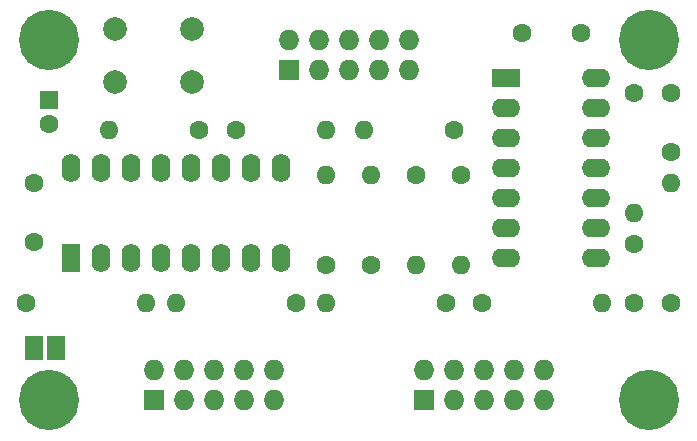
<source format=gts>
G04 #@! TF.GenerationSoftware,KiCad,Pcbnew,(5.1.8)-1*
G04 #@! TF.CreationDate,2022-05-22T17:32:25+02:00*
G04 #@! TF.ProjectId,Amiga CD32,416d6967-6120-4434-9433-322e6b696361,rev?*
G04 #@! TF.SameCoordinates,Original*
G04 #@! TF.FileFunction,Soldermask,Top*
G04 #@! TF.FilePolarity,Negative*
%FSLAX46Y46*%
G04 Gerber Fmt 4.6, Leading zero omitted, Abs format (unit mm)*
G04 Created by KiCad (PCBNEW (5.1.8)-1) date 2022-05-22 17:32:25*
%MOMM*%
%LPD*%
G01*
G04 APERTURE LIST*
%ADD10O,1.600000X1.600000*%
%ADD11C,1.600000*%
%ADD12R,2.400000X1.600000*%
%ADD13O,2.400000X1.600000*%
%ADD14R,1.600000X1.600000*%
%ADD15R,1.600000X2.400000*%
%ADD16O,1.600000X2.400000*%
%ADD17R,1.500000X2.000000*%
%ADD18O,1.727200X1.727200*%
%ADD19R,1.727200X1.727200*%
%ADD20C,2.000000*%
%ADD21C,5.100000*%
G04 APERTURE END LIST*
D10*
X165608000Y-99695000D03*
D11*
X155448000Y-99695000D03*
D10*
X142240000Y-99695000D03*
D11*
X152400000Y-99695000D03*
D10*
X123825000Y-85090000D03*
D11*
X131445000Y-85090000D03*
D10*
X146050000Y-88900000D03*
D11*
X146050000Y-96520000D03*
D10*
X145415000Y-85090000D03*
D11*
X153035000Y-85090000D03*
D10*
X153670000Y-96520000D03*
D11*
X153670000Y-88900000D03*
D10*
X142240000Y-85090000D03*
D11*
X134620000Y-85090000D03*
D10*
X149860000Y-96520000D03*
D11*
X149860000Y-88900000D03*
D10*
X127000000Y-99695000D03*
D11*
X116840000Y-99695000D03*
D10*
X129540000Y-99695000D03*
D11*
X139700000Y-99695000D03*
D10*
X171450000Y-89535000D03*
D11*
X171450000Y-99695000D03*
X171450000Y-81915000D03*
X171450000Y-86915000D03*
D12*
X157480000Y-80645000D03*
D13*
X165100000Y-95885000D03*
X157480000Y-83185000D03*
X165100000Y-93345000D03*
X157480000Y-85725000D03*
X165100000Y-90805000D03*
X157480000Y-88265000D03*
X165100000Y-88265000D03*
X157480000Y-90805000D03*
X165100000Y-85725000D03*
X157480000Y-93345000D03*
X165100000Y-83185000D03*
X157480000Y-95885000D03*
X165100000Y-80645000D03*
D14*
X118745000Y-82550000D03*
D11*
X118745000Y-84550000D03*
D15*
X120650000Y-95885000D03*
D16*
X138430000Y-88265000D03*
X123190000Y-95885000D03*
X135890000Y-88265000D03*
X125730000Y-95885000D03*
X133350000Y-88265000D03*
X128270000Y-95885000D03*
X130810000Y-88265000D03*
X130810000Y-95885000D03*
X128270000Y-88265000D03*
X133350000Y-95885000D03*
X125730000Y-88265000D03*
X135890000Y-95885000D03*
X123190000Y-88265000D03*
X138430000Y-95885000D03*
X120650000Y-88265000D03*
D11*
X168275000Y-94695000D03*
X168275000Y-99695000D03*
D17*
X119380000Y-103505000D03*
X117475000Y-103505000D03*
D11*
X117475000Y-94535000D03*
X117475000Y-89535000D03*
X168275000Y-81915000D03*
D10*
X168275000Y-92075000D03*
D18*
X149225000Y-77470000D03*
X146685000Y-77470000D03*
X144145000Y-77470000D03*
X141605000Y-77470000D03*
X139065000Y-77470000D03*
X149225000Y-80010000D03*
X146685000Y-80010000D03*
X144145000Y-80010000D03*
X141605000Y-80010000D03*
D19*
X139065000Y-80010000D03*
D18*
X160655000Y-105410000D03*
X158115000Y-105410000D03*
X155575000Y-105410000D03*
X153035000Y-105410000D03*
X150495000Y-105410000D03*
X160655000Y-107950000D03*
X158115000Y-107950000D03*
X155575000Y-107950000D03*
X153035000Y-107950000D03*
D19*
X150495000Y-107950000D03*
D11*
X163830000Y-76835000D03*
X158830000Y-76835000D03*
D19*
X127635000Y-107950000D03*
D18*
X130175000Y-107950000D03*
X132715000Y-107950000D03*
X135255000Y-107950000D03*
X137795000Y-107950000D03*
X127635000Y-105410000D03*
X130175000Y-105410000D03*
X132715000Y-105410000D03*
X135255000Y-105410000D03*
X137795000Y-105410000D03*
D20*
X124385000Y-80990000D03*
X124385000Y-76490000D03*
X130885000Y-80990000D03*
X130885000Y-76490000D03*
D21*
X118745000Y-107950000D03*
X169545000Y-107950000D03*
X169545000Y-77470000D03*
X118745000Y-77455001D03*
D11*
X142240000Y-96520000D03*
D10*
X142240000Y-88900000D03*
M02*

</source>
